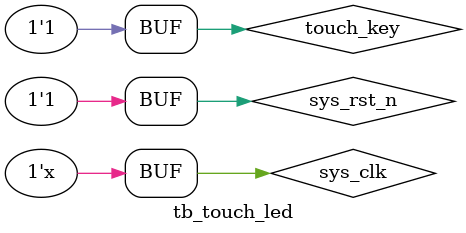
<source format=v>
`timescale 1ns/1ns

module tb_touch_led();

parameter CLK_PERIOD = 20; //定义时钟周期，方便修改

reg sys_clk; //周期20ns
reg sys_rst_n;
reg touch_key;

wire led;

initial begin
    sys_clk <= 1'b0;
    sys_rst_n <= 1'b0;
    touch_key <= 1'b0;
    #200
    sys_rst_n <= 1'b1;
    #1000
    touch_key <= 1'b1;//按键被按下
    #2000
    touch_key <= 1'b0;
    #1000
    touch_key <= 1'b1;
    #1000
    touch_key <= 1'b1;
end

always #(CLK_PERIOD/2) sys_clk = ~sys_clk;

touch_led u_touch_led(
    .sys_clk(sys_clk),
    .sys_rst_n(sys_rst_n),
    .touch_key(touch_key),
    .led(led)
);

endmodule
</source>
